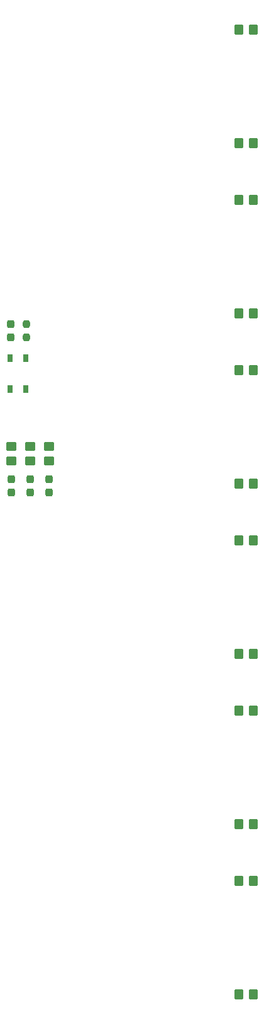
<source format=gtp>
G04 #@! TF.GenerationSoftware,KiCad,Pcbnew,(6.0.7)*
G04 #@! TF.CreationDate,2023-02-18T18:42:52+09:00*
G04 #@! TF.ProjectId,driver,64726976-6572-42e6-9b69-6361645f7063,rev?*
G04 #@! TF.SameCoordinates,Original*
G04 #@! TF.FileFunction,Paste,Top*
G04 #@! TF.FilePolarity,Positive*
%FSLAX46Y46*%
G04 Gerber Fmt 4.6, Leading zero omitted, Abs format (unit mm)*
G04 Created by KiCad (PCBNEW (6.0.7)) date 2023-02-18 18:42:52*
%MOMM*%
%LPD*%
G01*
G04 APERTURE LIST*
G04 Aperture macros list*
%AMRoundRect*
0 Rectangle with rounded corners*
0 $1 Rounding radius*
0 $2 $3 $4 $5 $6 $7 $8 $9 X,Y pos of 4 corners*
0 Add a 4 corners polygon primitive as box body*
4,1,4,$2,$3,$4,$5,$6,$7,$8,$9,$2,$3,0*
0 Add four circle primitives for the rounded corners*
1,1,$1+$1,$2,$3*
1,1,$1+$1,$4,$5*
1,1,$1+$1,$6,$7*
1,1,$1+$1,$8,$9*
0 Add four rect primitives between the rounded corners*
20,1,$1+$1,$2,$3,$4,$5,0*
20,1,$1+$1,$4,$5,$6,$7,0*
20,1,$1+$1,$6,$7,$8,$9,0*
20,1,$1+$1,$8,$9,$2,$3,0*%
G04 Aperture macros list end*
%ADD10RoundRect,0.250000X0.350000X0.450000X-0.350000X0.450000X-0.350000X-0.450000X0.350000X-0.450000X0*%
%ADD11RoundRect,0.237500X0.237500X-0.250000X0.237500X0.250000X-0.237500X0.250000X-0.237500X-0.250000X0*%
%ADD12RoundRect,0.250000X-0.350000X-0.450000X0.350000X-0.450000X0.350000X0.450000X-0.350000X0.450000X0*%
%ADD13RoundRect,0.237500X0.237500X-0.287500X0.237500X0.287500X-0.237500X0.287500X-0.237500X-0.287500X0*%
%ADD14RoundRect,0.250000X-0.450000X0.350000X-0.450000X-0.350000X0.450000X-0.350000X0.450000X0.350000X0*%
%ADD15R,0.650000X1.050000*%
%ADD16RoundRect,0.237500X-0.237500X0.300000X-0.237500X-0.300000X0.237500X-0.300000X0.237500X0.300000X0*%
G04 APERTURE END LIST*
D10*
X121380000Y-114300000D03*
X119380000Y-114300000D03*
D11*
X90818000Y-87072500D03*
X90818000Y-85247500D03*
D12*
X119380000Y-152400000D03*
X121380000Y-152400000D03*
D13*
X88786000Y-107849000D03*
X88786000Y-106099000D03*
D14*
X93866000Y-101654000D03*
X93866000Y-103654000D03*
D12*
X119380000Y-106680000D03*
X121380000Y-106680000D03*
X119380000Y-175260000D03*
X121380000Y-175260000D03*
D15*
X88600000Y-89800000D03*
X88600000Y-93950000D03*
X90750000Y-89825000D03*
X90750000Y-93950000D03*
D10*
X121380000Y-160020000D03*
X119380000Y-160020000D03*
D13*
X91326000Y-107849000D03*
X91326000Y-106099000D03*
D12*
X119380000Y-129540000D03*
X121380000Y-129540000D03*
D14*
X88786000Y-101654000D03*
X88786000Y-103654000D03*
D10*
X121380000Y-91440000D03*
X119380000Y-91440000D03*
D16*
X88659000Y-85271000D03*
X88659000Y-86996000D03*
D12*
X119380000Y-83820000D03*
X121380000Y-83820000D03*
X119380000Y-60960000D03*
X121380000Y-60960000D03*
D10*
X121380000Y-137160000D03*
X119380000Y-137160000D03*
X121380000Y-68580000D03*
X119380000Y-68580000D03*
D14*
X91326000Y-101654000D03*
X91326000Y-103654000D03*
D13*
X93866000Y-107849000D03*
X93866000Y-106099000D03*
D10*
X121380000Y-45720000D03*
X119380000Y-45720000D03*
M02*

</source>
